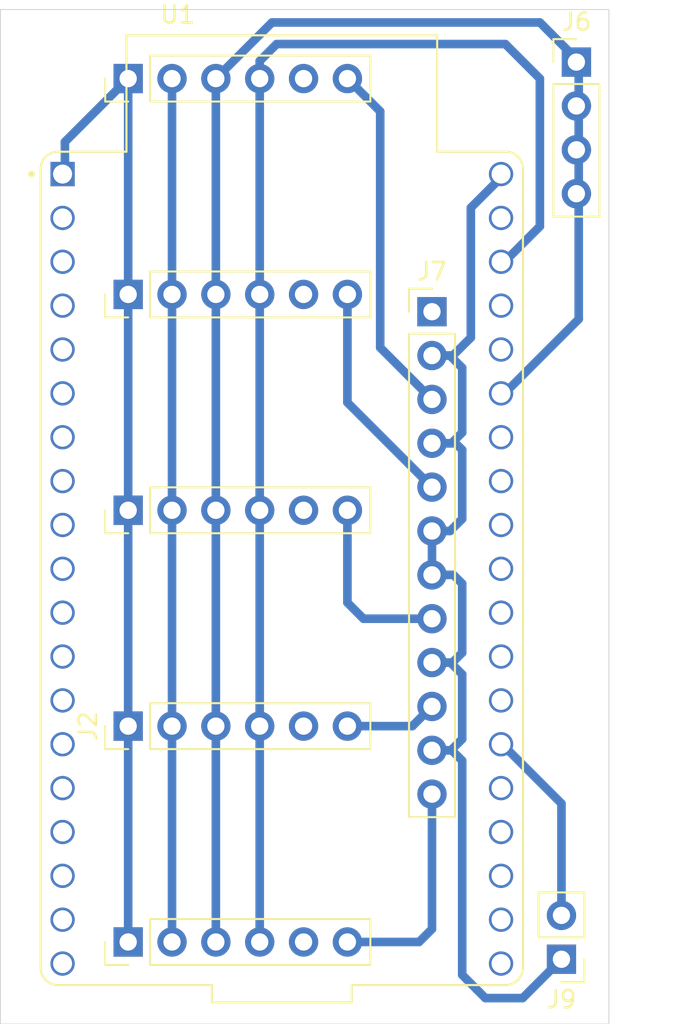
<source format=kicad_pcb>
(kicad_pcb (version 20240108) (generator "pcbnew") (generator_version "8.0")
  (layers (0 "F.Cu" signal) (31 "B.Cu" signal) (34 "B.Paste" user) (35 "F.Paste" user) (36 "B.SilkS" user "B.Silkscreen") (37 "F.SilkS" user "F.Silkscreen") (38 "B.Mask" user) (39 "F.Mask" user) (44 "Edge.Cuts" user))
  (net 0 "")
  (net 1 "GND1")
  (net 2 "SCL")
  (net 3 "+3V3")
  (net 5 "SDA")
  (net 10 "Net-(J6-Pin_2)")
  (net 11 "Net-(J6-Pin_1)")
  (net 12 "Net-(J6-Pin_4)")
  (net 13 "Net-(J6-Pin_3)")
  (net 14 "VIN")
  (net 39 "Net-(J9-Pin_2)")
  (net 44 "VCC1")
  (net 45 "VCC2")
  (net 46 "VCC3")
  (net 47 "VCC4")
  (net 48 "VCC5")
  (footprint "Connector_PinHeader_2.54mm:PinHeader_1x04_P2.54mm_Vertical" (layer "F.Cu") (at 175.865 79.295)
    (property "Reference" "J6" (at 0 -2.33 0) (layer "F.SilkS"))
    (property "Value" "Conn_01x04_Pin")
    (fp_line (start -1.33 -1.33) (end 0 -1.33) (stroke (width 0.12)) (layer "F.SilkS"))
    (fp_line (start -1.33 0) (end -1.33 -1.33) (stroke (width 0.12)) (layer "F.SilkS"))
    (fp_line (start -1.33 1.27) (end -1.33 8.95) (stroke (width 0.12)) (layer "F.SilkS"))
    (fp_line (start -1.33 1.27) (end 1.33 1.27) (stroke (width 0.12)) (layer "F.SilkS"))
    (fp_line (start -1.33 8.95) (end 1.33 8.95) (stroke (width 0.12)) (layer "F.SilkS"))
    (fp_line (start 1.33 1.27) (end 1.33 8.95) (stroke (width 0.12)) (layer "F.SilkS"))
    (pad "1" thru_hole rect (at 0 0) (size 1.7 1.7) (drill 1) (layers "*.Cu" "*.Mask") (net 11 "Net-(J6-Pin_1)"))
    (pad "2" thru_hole oval (at 0 2.54) (size 1.7 1.7) (drill 1) (layers "*.Cu" "*.Mask") (net 10 "Net-(J6-Pin_2)"))
    (pad "3" thru_hole oval (at 0 5.08) (size 1.7 1.7) (drill 1) (layers "*.Cu" "*.Mask") (net 13 "Net-(J6-Pin_3)"))
    (pad "4" thru_hole oval (at 0 7.62) (size 1.7 1.7) (drill 1) (layers "*.Cu" "*.Mask") (net 12 "Net-(J6-Pin_4)"))
  )
  (footprint "Connector_PinHeader_2.54mm:PinHeader_1x06_P2.54mm_Vertical" (layer "F.Cu") (at 149.9 130.25 90)
    (property "Reference" "J1" (hide yes))
    (property "Value" "Conn_01x06_Pin" (hide yes))
    (fp_line (start -1.33 -1.33) (end 0 -1.33) (stroke (width 0.12)) (layer "F.SilkS"))
    (fp_line (start -1.33 0) (end -1.33 -1.33) (stroke (width 0.12)) (layer "F.SilkS"))
    (fp_line (start 1.33 1.27) (end 1.33 14.03) (stroke (width 0.12)) (layer "F.SilkS"))
    (fp_line (start -1.33 1.27) (end 1.33 1.27) (stroke (width 0.12)) (layer "F.SilkS"))
    (fp_line (start -1.33 1.27) (end -1.33 14.03) (stroke (width 0.12)) (layer "F.SilkS"))
    (fp_line (start -1.33 14.03) (end 1.33 14.03) (stroke (width 0.12)) (layer "F.SilkS"))
    (pad "1" thru_hole rect (at 0 0 90) (size 1.7 1.7) (drill 1) (layers "*.Cu" "*.Mask") (net 3 "+3V3"))
    (pad "2" thru_hole oval (at 0 2.54 90) (size 1.7 1.7) (drill 1) (layers "*.Cu" "*.Mask") (net 1 "GND1"))
    (pad "3" thru_hole oval (at 0 5.08 90) (size 1.7 1.7) (drill 1) (layers "*.Cu" "*.Mask") (net 5 "SDA"))
    (pad "4" thru_hole oval (at 0 7.62 90) (size 1.7 1.7) (drill 1) (layers "*.Cu" "*.Mask") (net 2 "SCL"))
    (pad "5" thru_hole oval (at 0 10.16 90) (size 1.7 1.7) (drill 1) (layers "*.Cu" "*.Mask"))
    (pad "6" thru_hole oval (at 0 12.7 90) (size 1.7 1.7) (drill 1) (layers "*.Cu" "*.Mask") (net 44 "VCC1"))
  )
  (footprint "Connector_PinHeader_2.54mm:PinHeader_1x02_P2.54mm_Vertical" (layer "F.Cu") (at 175 131.25 180)
    (property "Reference" "J9" (at 0 -2.33 360) (layer "F.SilkS"))
    (property "Value" "Conn_01x02_Pin")
    (fp_line (start 1.33 1.27) (end 1.33 3.87) (stroke (width 0.12)) (layer "F.SilkS"))
    (fp_line (start -1.33 3.87) (end 1.33 3.87) (stroke (width 0.12)) (layer "F.SilkS"))
    (fp_line (start -1.33 1.27) (end 1.33 1.27) (stroke (width 0.12)) (layer "F.SilkS"))
    (fp_line (start -1.33 1.27) (end -1.33 3.87) (stroke (width 0.12)) (layer "F.SilkS"))
    (fp_line (start -1.33 0) (end -1.33 -1.33) (stroke (width 0.12)) (layer "F.SilkS"))
    (fp_line (start -1.33 -1.33) (end 0 -1.33) (stroke (width 0.12)) (layer "F.SilkS"))
    (pad "1" thru_hole rect (at 0 0 180) (size 1.7 1.7) (drill 1) (layers "*.Cu" "*.Mask") (net 1 "GND1"))
    (pad "2" thru_hole oval (at 0 2.54 180) (size 1.7 1.7) (drill 1) (layers "*.Cu" "*.Mask") (net 39 "Net-(J9-Pin_2)"))
  )
  (footprint "Connector_PinHeader_2.54mm:PinHeader_1x06_P2.54mm_Vertical" (layer "F.Cu") (at 149.9 80.25 90)
    (property "Reference" "J5" (hide yes))
    (property "Value" "Conn_01x06_Pin" (hide yes))
    (fp_line (start -1.33 -1.33) (end 0 -1.33) (stroke (width 0.12)) (layer "F.SilkS"))
    (fp_line (start -1.33 0) (end -1.33 -1.33) (stroke (width 0.12)) (layer "F.SilkS"))
    (fp_line (start 1.33 1.27) (end 1.33 14.03) (stroke (width 0.12)) (layer "F.SilkS"))
    (fp_line (start -1.33 1.27) (end 1.33 1.27) (stroke (width 0.12)) (layer "F.SilkS"))
    (fp_line (start -1.33 1.27) (end -1.33 14.03) (stroke (width 0.12)) (layer "F.SilkS"))
    (fp_line (start -1.33 14.03) (end 1.33 14.03) (stroke (width 0.12)) (layer "F.SilkS"))
    (pad "1" thru_hole rect (at 0 0 90) (size 1.7 1.7) (drill 1) (layers "*.Cu" "*.Mask") (net 3 "+3V3"))
    (pad "2" thru_hole oval (at 0 2.54 90) (size 1.7 1.7) (drill 1) (layers "*.Cu" "*.Mask") (net 1 "GND1"))
    (pad "3" thru_hole oval (at 0 5.08 90) (size 1.7 1.7) (drill 1) (layers "*.Cu" "*.Mask") (net 5 "SDA"))
    (pad "4" thru_hole oval (at 0 7.62 90) (size 1.7 1.7) (drill 1) (layers "*.Cu" "*.Mask") (net 2 "SCL"))
    (pad "5" thru_hole oval (at 0 10.16 90) (size 1.7 1.7) (drill 1) (layers "*.Cu" "*.Mask"))
    (pad "6" thru_hole oval (at 0 12.7 90) (size 1.7 1.7) (drill 1) (layers "*.Cu" "*.Mask") (net 48 "VCC5"))
  )
  (footprint "Connector_PinHeader_2.54mm:PinHeader_1x06_P2.54mm_Vertical" (layer "F.Cu") (at 149.9 105.25 90)
    (property "Reference" "J3" (hide yes))
    (property "Value" "Conn_01x06_Pin" (hide yes))
    (fp_line (start -1.33 -1.33) (end 0 -1.33) (stroke (width 0.12)) (layer "F.SilkS"))
    (fp_line (start -1.33 0) (end -1.33 -1.33) (stroke (width 0.12)) (layer "F.SilkS"))
    (fp_line (start 1.33 1.27) (end 1.33 14.03) (stroke (width 0.12)) (layer "F.SilkS"))
    (fp_line (start -1.33 1.27) (end 1.33 1.27) (stroke (width 0.12)) (layer "F.SilkS"))
    (fp_line (start -1.33 1.27) (end -1.33 14.03) (stroke (width 0.12)) (layer "F.SilkS"))
    (fp_line (start -1.33 14.03) (end 1.33 14.03) (stroke (width 0.12)) (layer "F.SilkS"))
    (pad "1" thru_hole rect (at 0 0 90) (size 1.7 1.7) (drill 1) (layers "*.Cu" "*.Mask") (net 3 "+3V3"))
    (pad "2" thru_hole oval (at 0 2.54 90) (size 1.7 1.7) (drill 1) (layers "*.Cu" "*.Mask") (net 1 "GND1"))
    (pad "3" thru_hole oval (at 0 5.08 90) (size 1.7 1.7) (drill 1) (layers "*.Cu" "*.Mask") (net 5 "SDA"))
    (pad "4" thru_hole oval (at 0 7.62 90) (size 1.7 1.7) (drill 1) (layers "*.Cu" "*.Mask") (net 2 "SCL"))
    (pad "5" thru_hole oval (at 0 10.16 90) (size 1.7 1.7) (drill 1) (layers "*.Cu" "*.Mask"))
    (pad "6" thru_hole oval (at 0 12.7 90) (size 1.7 1.7) (drill 1) (layers "*.Cu" "*.Mask") (net 46 "VCC3"))
  )
  (footprint "Connector_PinHeader_2.54mm:PinHeader_1x06_P2.54mm_Vertical" (layer "F.Cu") (at 149.9 92.75 90)
    (property "Reference" "J4" (hide yes))
    (property "Value" "Conn_01x06_Pin" (hide yes))
    (fp_line (start -1.33 -1.33) (end 0 -1.33) (stroke (width 0.12)) (layer "F.SilkS"))
    (fp_line (start -1.33 0) (end -1.33 -1.33) (stroke (width 0.12)) (layer "F.SilkS"))
    (fp_line (start 1.33 1.27) (end 1.33 14.03) (stroke (width 0.12)) (layer "F.SilkS"))
    (fp_line (start -1.33 1.27) (end 1.33 1.27) (stroke (width 0.12)) (layer "F.SilkS"))
    (fp_line (start -1.33 1.27) (end -1.33 14.03) (stroke (width 0.12)) (layer "F.SilkS"))
    (fp_line (start -1.33 14.03) (end 1.33 14.03) (stroke (width 0.12)) (layer "F.SilkS"))
    (pad "1" thru_hole rect (at 0 0 90) (size 1.7 1.7) (drill 1) (layers "*.Cu" "*.Mask") (net 3 "+3V3"))
    (pad "2" thru_hole oval (at 0 2.54 90) (size 1.7 1.7) (drill 1) (layers "*.Cu" "*.Mask") (net 1 "GND1"))
    (pad "3" thru_hole oval (at 0 5.08 90) (size 1.7 1.7) (drill 1) (layers "*.Cu" "*.Mask") (net 5 "SDA"))
    (pad "4" thru_hole oval (at 0 7.62 90) (size 1.7 1.7) (drill 1) (layers "*.Cu" "*.Mask") (net 2 "SCL"))
    (pad "5" thru_hole oval (at 0 10.16 90) (size 1.7 1.7) (drill 1) (layers "*.Cu" "*.Mask"))
    (pad "6" thru_hole oval (at 0 12.7 90) (size 1.7 1.7) (drill 1) (layers "*.Cu" "*.Mask") (net 47 "VCC4"))
  )
  (footprint "Connector_PinHeader_2.54mm:PinHeader_1x06_P2.54mm_Vertical" (layer "F.Cu") (at 149.9 117.75 90)
    (property "Reference" "J2" (at 0 -2.33 90) (layer "F.SilkS"))
    (property "Value" "Conn_01x06_Pin" (hide yes))
    (fp_line (start -1.33 -1.33) (end 0 -1.33) (stroke (width 0.12)) (layer "F.SilkS"))
    (fp_line (start -1.33 0) (end -1.33 -1.33) (stroke (width 0.12)) (layer "F.SilkS"))
    (fp_line (start 1.33 1.27) (end 1.33 14.03) (stroke (width 0.12)) (layer "F.SilkS"))
    (fp_line (start -1.33 1.27) (end 1.33 1.27) (stroke (width 0.12)) (layer "F.SilkS"))
    (fp_line (start -1.33 1.27) (end -1.33 14.03) (stroke (width 0.12)) (layer "F.SilkS"))
    (fp_line (start -1.33 14.03) (end 1.33 14.03) (stroke (width 0.12)) (layer "F.SilkS"))
    (pad "1" thru_hole rect (at 0 0 90) (size 1.7 1.7) (drill 1) (layers "*.Cu" "*.Mask") (net 3 "+3V3"))
    (pad "2" thru_hole oval (at 0 2.54 90) (size 1.7 1.7) (drill 1) (layers "*.Cu" "*.Mask") (net 1 "GND1"))
    (pad "3" thru_hole oval (at 0 5.08 90) (size 1.7 1.7) (drill 1) (layers "*.Cu" "*.Mask") (net 5 "SDA"))
    (pad "4" thru_hole oval (at 0 7.62 90) (size 1.7 1.7) (drill 1) (layers "*.Cu" "*.Mask") (net 2 "SCL"))
    (pad "5" thru_hole oval (at 0 10.16 90) (size 1.7 1.7) (drill 1) (layers "*.Cu" "*.Mask"))
    (pad "6" thru_hole oval (at 0 12.7 90) (size 1.7 1.7) (drill 1) (layers "*.Cu" "*.Mask") (net 45 "VCC2"))
  )
  (footprint "ESP32_DEVKITC_32E:MODULE_ESP32-DEVKITC-32E" (layer "F.Cu") (at 158.8 108.615)
    (property "Reference" "U1" (at -6.0325 -32.0675 0) (layer "F.SilkS"))
    (property "Value" "ESP32-DEVKITC-32E")
    (fp_line (start -13.97 23.13) (end -13.97 -23.13) (stroke (width 0.127)) (layer "F.SilkS"))
    (fp_line (start -12.97 -24.13) (end -9 -24.13) (stroke (width 0.127)) (layer "F.SilkS"))
    (fp_line (start -12.97 24.13) (end -4.05 24.13) (stroke (width 0.127)) (layer "F.SilkS"))
    (fp_line (start -9 -30.87) (end 9 -30.87) (stroke (width 0.127)) (layer "F.SilkS"))
    (fp_line (start -9 -24.13) (end -9 -30.87) (stroke (width 0.127)) (layer "F.SilkS"))
    (fp_line (start -4.05 24.13) (end -4.05 25.13) (stroke (width 0.127)) (layer "F.SilkS"))
    (fp_line (start -4.05 25.13) (end 4.05 25.13) (stroke (width 0.127)) (layer "F.SilkS"))
    (fp_line (start 4.05 24.13) (end 12.97 24.13) (stroke (width 0.127)) (layer "F.SilkS"))
    (fp_line (start 4.05 25.13) (end 4.05 24.13) (stroke (width 0.127)) (layer "F.SilkS"))
    (fp_line (start 9 -30.87) (end 9 -24.13) (stroke (width 0.127)) (layer "F.SilkS"))
    (fp_line (start 9 -24.13) (end 12.97 -24.13) (stroke (width 0.127)) (layer "F.SilkS"))
    (fp_line (start 13.97 23.13) (end 13.97 -23.13) (stroke (width 0.127)) (layer "F.SilkS"))
    (fp_arc (start -13.97 -23.13) (mid -13.677107 -23.837107) (end -12.97 -24.13) (stroke (width 0.127)) (layer "F.SilkS"))
    (fp_arc (start -12.97 24.13) (mid -13.677107 23.837107) (end -13.97 23.13) (stroke (width 0.127)) (layer "F.SilkS"))
    (fp_arc (start 12.97 -24.13) (mid 13.677107 -23.837107) (end 13.97 -23.13) (stroke (width 0.127)) (layer "F.SilkS"))
    (fp_arc (start 13.97 23.13) (mid 13.677107 23.837107) (end 12.97 24.13) (stroke (width 0.127)) (layer "F.SilkS"))
    (fp_circle (center -14.5 -22.835) (end -14.4 -22.835) (stroke (width 0.2)) (fill none) (layer "F.SilkS"))
    (pad "J2_1" thru_hole rect (at -12.7 -22.835) (size 1.408 1.408) (drill 1.1) (layers "*.Cu" "*.Mask") (net 3 "+3V3"))
    (pad "J2_2" thru_hole circle (at -12.7 -20.295) (size 1.408 1.408) (drill 1.1) (layers "*.Cu" "*.Mask"))
    (pad "J2_3" thru_hole circle (at -12.7 -17.755) (size 1.408 1.408) (drill 1.1) (layers "*.Cu" "*.Mask"))
    (pad "J2_4" thru_hole circle (at -12.7 -15.215) (size 1.408 1.408) (drill 1.1) (layers "*.Cu" "*.Mask"))
    (pad "J2_5" thru_hole circle (at -12.7 -12.675) (size 1.408 1.408) (drill 1.1) (layers "*.Cu" "*.Mask"))
    (pad "J2_6" thru_hole circle (at -12.7 -10.135) (size 1.408 1.408) (drill 1.1) (layers "*.Cu" "*.Mask"))
    (pad "J2_7" thru_hole circle (at -12.7 -7.595) (size 1.408 1.408) (drill 1.1) (layers "*.Cu" "*.Mask"))
    (pad "J2_8" thru_hole circle (at -12.7 -5.055) (size 1.408 1.408) (drill 1.1) (layers "*.Cu" "*.Mask"))
    (pad "J2_9" thru_hole circle (at -12.7 -2.515) (size 1.408 1.408) (drill 1.1) (layers "*.Cu" "*.Mask"))
    (pad "J2_10" thru_hole circle (at -12.7 0.025) (size 1.408 1.408) (drill 1.1) (layers "*.Cu" "*.Mask"))
    (pad "J2_11" thru_hole circle (at -12.7 2.565) (size 1.408 1.408) (drill 1.1) (layers "*.Cu" "*.Mask"))
    (pad "J2_12" thru_hole circle (at -12.7 5.105) (size 1.408 1.408) (drill 1.1) (layers "*.Cu" "*.Mask"))
    (pad "J2_13" thru_hole circle (at -12.7 7.645) (size 1.408 1.408) (drill 1.1) (layers "*.Cu" "*.Mask"))
    (pad "J2_14" thru_hole circle (at -12.7 10.185) (size 1.408 1.408) (drill 1.1) (layers "*.Cu" "*.Mask"))
    (pad "J2_15" thru_hole circle (at -12.7 12.725) (size 1.408 1.408) (drill 1.1) (layers "*.Cu" "*.Mask"))
    (pad "J2_16" thru_hole circle (at -12.7 15.265) (size 1.408 1.408) (drill 1.1) (layers "*.Cu" "*.Mask"))
    (pad "J2_17" thru_hole circle (at -12.7 17.805) (size 1.408 1.408) (drill 1.1) (layers "*.Cu" "*.Mask"))
    (pad "J2_18" thru_hole circle (at -12.7 20.345) (size 1.408 1.408) (drill 1.1) (layers "*.Cu" "*.Mask"))
    (pad "J2_19" thru_hole circle (at -12.7 22.885) (size 1.408 1.408) (drill 1.1) (layers "*.Cu" "*.Mask") (net 14 "VIN"))
    (pad "J3_1" thru_hole circle (at 12.7 -22.835) (size 1.408 1.408) (drill 1.1) (layers "*.Cu" "*.Mask") (net 1 "GND1"))
    (pad "J3_2" thru_hole circle (at 12.7 -20.295) (size 1.408 1.408) (drill 1.1) (layers "*.Cu" "*.Mask"))
    (pad "J3_3" thru_hole circle (at 12.7 -17.755) (size 1.408 1.408) (drill 1.1) (layers "*.Cu" "*.Mask") (net 2 "SCL"))
    (pad "J3_4" thru_hole circle (at 12.7 -15.215) (size 1.408 1.408) (drill 1.1) (layers "*.Cu" "*.Mask"))
    (pad "J3_5" thru_hole circle (at 12.7 -12.675) (size 1.408 1.408) (drill 1.1) (layers "*.Cu" "*.Mask"))
    (pad "J3_6" thru_hole circle (at 12.7 -10.135) (size 1.408 1.408) (drill 1.1) (layers "*.Cu" "*.Mask") (net 5 "SDA"))
    (pad "J3_7" thru_hole circle (at 12.7 -7.595) (size 1.408 1.408) (drill 1.1) (layers "*.Cu" "*.Mask"))
    (pad "J3_8" thru_hole circle (at 12.7 -5.055) (size 1.408 1.408) (drill 1.1) (layers "*.Cu" "*.Mask") (net 12 "Net-(J6-Pin_4)"))
    (pad "J3_9" thru_hole circle (at 12.7 -2.515) (size 1.408 1.408) (drill 1.1) (layers "*.Cu" "*.Mask") (net 13 "Net-(J6-Pin_3)"))
    (pad "J3_10" thru_hole circle (at 12.7 0.025) (size 1.408 1.408) (drill 1.1) (layers "*.Cu" "*.Mask") (net 10 "Net-(J6-Pin_2)"))
    (pad "J3_11" thru_hole circle (at 12.7 2.565) (size 1.408 1.408) (drill 1.1) (layers "*.Cu" "*.Mask") (net 11 "Net-(J6-Pin_1)"))
    (pad "J3_12" thru_hole circle (at 12.7 5.105) (size 1.408 1.408) (drill 1.1) (layers "*.Cu" "*.Mask"))
    (pad "J3_13" thru_hole circle (at 12.7 7.645) (size 1.408 1.408) (drill 1.1) (layers "*.Cu" "*.Mask"))
    (pad "J3_14" thru_hole circle (at 12.7 10.185) (size 1.408 1.408) (drill 1.1) (layers "*.Cu" "*.Mask") (net 39 "Net-(J9-Pin_2)"))
    (pad "J3_15" thru_hole circle (at 12.7 12.725) (size 1.408 1.408) (drill 1.1) (layers "*.Cu" "*.Mask"))
    (pad "J3_16" thru_hole circle (at 12.7 15.265) (size 1.408 1.408) (drill 1.1) (layers "*.Cu" "*.Mask"))
    (pad "J3_17" thru_hole circle (at 12.7 17.805) (size 1.408 1.408) (drill 1.1) (layers "*.Cu" "*.Mask"))
    (pad "J3_18" thru_hole circle (at 12.7 20.345) (size 1.408 1.408) (drill 1.1) (layers "*.Cu" "*.Mask"))
    (pad "J3_19" thru_hole circle (at 12.7 22.885) (size 1.408 1.408) (drill 1.1) (layers "*.Cu" "*.Mask"))
  )
  (footprint "Connector_PinHeader_2.54mm:PinHeader_1x12_P2.54mm_Vertical" (layer "F.Cu") (at 167.5 93.75)
    (property "Reference" "J7" (at 0 -2.33 360) (layer "F.SilkS"))
    (property "Value" "Conn_01x12_Pin")
    (fp_line (start -1.33 -1.33) (end 0 -1.33) (stroke (width 0.12)) (layer "F.SilkS"))
    (fp_line (start -1.33 0) (end -1.33 -1.33) (stroke (width 0.12)) (layer "F.SilkS"))
    (fp_line (start -1.33 1.27) (end -1.33 29.27) (stroke (width 0.12)) (layer "F.SilkS"))
    (fp_line (start -1.33 1.27) (end 1.33 1.27) (stroke (width 0.12)) (layer "F.SilkS"))
    (fp_line (start -1.33 29.27) (end 1.33 29.27) (stroke (width 0.12)) (layer "F.SilkS"))
    (fp_line (start 1.33 1.27) (end 1.33 29.27) (stroke (width 0.12)) (layer "F.SilkS"))
    (pad "1" thru_hole rect (at 0 0) (size 1.7 1.7) (drill 1) (layers "*.Cu" "*.Mask") (net 14 "VIN"))
    (pad "2" thru_hole oval (at 0 2.54) (size 1.7 1.7) (drill 1) (layers "*.Cu" "*.Mask") (net 1 "GND1"))
    (pad "3" thru_hole oval (at 0 5.08) (size 1.7 1.7) (drill 1) (layers "*.Cu" "*.Mask") (net 48 "VCC5"))
    (pad "4" thru_hole oval (at 0 7.62) (size 1.7 1.7) (drill 1) (layers "*.Cu" "*.Mask") (net 1 "GND1"))
    (pad "5" thru_hole oval (at 0 10.16) (size 1.7 1.7) (drill 1) (layers "*.Cu" "*.Mask") (net 47 "VCC4"))
    (pad "6" thru_hole oval (at 0 12.7) (size 1.7 1.7) (drill 1) (layers "*.Cu" "*.Mask") (net 1 "GND1"))
    (pad "7" thru_hole oval (at 0 15.24) (size 1.7 1.7) (drill 1) (layers "*.Cu" "*.Mask") (net 1 "GND1"))
    (pad "8" thru_hole oval (at 0 17.78) (size 1.7 1.7) (drill 1) (layers "*.Cu" "*.Mask") (net 46 "VCC3"))
    (pad "9" thru_hole oval (at 0 20.32) (size 1.7 1.7) (drill 1) (layers "*.Cu" "*.Mask") (net 1 "GND1"))
    (pad "10" thru_hole oval (at 0 22.86) (size 1.7 1.7) (drill 1) (layers "*.Cu" "*.Mask") (net 45 "VCC2"))
    (pad "11" thru_hole oval (at 0 25.4) (size 1.7 1.7) (drill 1) (layers "*.Cu" "*.Mask") (net 1 "GND1"))
    (pad "12" thru_hole oval (at 0 27.94) (size 1.7 1.7) (drill 1) (layers "*.Cu" "*.Mask") (net 44 "VCC1"))
  )
  (gr_rect (start 142.5 76.25) (end 177.75 135) (stroke (width 0.05)) (fill none) (layer "Edge.Cuts"))
  (segment (start 167.5 108.99) (end 168.74 108.99) (width 0.5) (layer "B.Cu") (net 1))
  (segment (start 169.25 97) (end 169.25 100.75) (width 0.5) (layer "B.Cu") (net 1))
  (segment (start 169.75 95.25) (end 168.71 96.29) (width 0.5) (layer "B.Cu") (net 1))
  (segment (start 168.87 101.37) (end 169.25 101.75) (width 0.5) (layer "B.Cu") (net 1))
  (segment (start 172.75 133.5) (end 170.593998 133.5) (width 0.5) (layer "B.Cu") (net 1))
  (segment (start 169.25 109.5) (end 169.25 113.5) (width 0.5) (layer "B.Cu") (net 1))
  (segment (start 175 131.25) (end 172.75 133.5) (width 0.5) (layer "B.Cu") (net 1))
  (segment (start 170.593998 133.5) (end 169.25 132.156002) (width 0.5) (layer "B.Cu") (net 1))
  (segment (start 168.71 96.29) (end 167.5 96.29) (width 0.5) (layer "B.Cu") (net 1))
  (segment (start 169.25 105.75) (end 168.55 106.45) (width 0.5) (layer "B.Cu") (net 1))
  (segment (start 168.54 96.29) (end 169.25 97) (width 0.5) (layer "B.Cu") (net 1))
  (segment (start 169.25 101.75) (end 169.25 105.75) (width 0.5) (layer "B.Cu") (net 1))
  (segment (start 168.68 114.07) (end 167.5 114.07) (width 0.5) (layer "B.Cu") (net 1))
  (segment (start 152.44 80.25) (end 152.44 130.25) (width 0.5) (layer "B.Cu") (net 1))
  (segment (start 169.25 119.75) (end 168.65 119.15) (width 0.5) (layer "B.Cu") (net 1))
  (segment (start 168.6 119.15) (end 167.5 119.15) (width 0.5) (layer "B.Cu") (net 1))
  (segment (start 167.5 101.37) (end 168.87 101.37) (width 0.5) (layer "B.Cu") (net 1))
  (segment (start 169.25 100.75) (end 168.63 101.37) (width 0.5) (layer "B.Cu") (net 1))
  (segment (start 167.5 106.45) (end 167.5 108.99) (width 0.5) (layer "B.Cu") (net 1))
  (segment (start 167.5 114.07) (end 168.57 114.07) (width 0.5) (layer "B.Cu") (net 1))
  (segment (start 169.75 87.73) (end 169.75 95.25) (width 0.5) (layer "B.Cu") (net 1))
  (segment (start 167.5 96.29) (end 168.54 96.29) (width 0.5) (layer "B.Cu") (net 1))
  (segment (start 168.74 108.99) (end 169.25 109.5) (width 0.5) (layer "B.Cu") (net 1))
  (segment (start 171.635 85.845) (end 169.75 87.73) (width 0.5) (layer "B.Cu") (net 1))
  (segment (start 169.25 113.5) (end 168.68 114.07) (width 0.5) (layer "B.Cu") (net 1))
  (segment (start 169.25 132.156002) (end 169.25 119.75) (width 0.5) (layer "B.Cu") (net 1))
  (segment (start 169.25 118.5) (end 168.6 119.15) (width 0.5) (layer "B.Cu") (net 1))
  (segment (start 169.25 114.75) (end 169.25 118.5) (width 0.5) (layer "B.Cu") (net 1))
  (segment (start 168.57 114.07) (end 169.25 114.75) (width 0.5) (layer "B.Cu") (net 1))
  (segment (start 168.63 101.37) (end 167.5 101.37) (width 0.5) (layer "B.Cu") (net 1))
  (segment (start 168.55 106.45) (end 167.5 106.45) (width 0.5) (layer "B.Cu") (net 1))
  (segment (start 168.65 119.15) (end 167.5 119.15) (width 0.5) (layer "B.Cu") (net 1))
  (segment (start 173.75 88.81) (end 173.75 80.25) (width 0.5) (layer "B.Cu") (net 2))
  (segment (start 171.635 90.925) (end 173.75 88.81) (width 0.5) (layer "B.Cu") (net 2))
  (segment (start 157.52 80.25) (end 157.52 130.25) (width 0.5) (layer "B.Cu") (net 2))
  (segment (start 171.75 78.25) (end 158.5 78.25) (width 0.5) (layer "B.Cu") (net 2))
  (segment (start 173.75 80.25) (end 171.75 78.25) (width 0.5) (layer "B.Cu") (net 2))
  (segment (start 158.5 78.25) (end 157.52 79.23) (width 0.5) (layer "B.Cu") (net 2))
  (segment (start 157.52 79.23) (end 157.52 80.25) (width 0.5) (layer "B.Cu") (net 2))
  (segment (start 149.9 80.25) (end 149.9 130.25) (width 0.5) (layer "B.Cu") (net 3))
  (segment (start 146.235 85.845) (end 146.235 83.915) (width 0.5) (layer "B.Cu") (net 3))
  (segment (start 146.235 83.915) (end 149.9 80.25) (width 0.5) (layer "B.Cu") (net 3))
  (segment (start 158.23 77) (end 173.75 77) (width 0.5) (layer "B.Cu") (net 5))
  (segment (start 154.98 130.25) (end 154.98 80.25) (width 0.5) (layer "B.Cu") (net 5))
  (segment (start 176 94.18) (end 171.635 98.545) (width 0.5) (layer "B.Cu") (net 5))
  (segment (start 154.98 80.25) (end 158.23 77) (width 0.5) (layer "B.Cu") (net 5))
  (segment (start 176 79.25) (end 176 94.18) (width 0.5) (layer "B.Cu") (net 5))
  (segment (start 173.75 77) (end 176 79.25) (width 0.5) (layer "B.Cu") (net 5))
  (segment (start 175 122.23) (end 171.635 118.865) (width 0.5) (layer "B.Cu") (net 39))
  (segment (start 175 128.71) (end 175 122.23) (width 0.5) (layer "B.Cu") (net 39))
  (segment (start 162.6 130.25) (end 166.75 130.25) (width 0.5) (layer "B.Cu") (net 44))
  (segment (start 166.75 130.25) (end 167.5 129.5) (width 0.5) (layer "B.Cu") (net 44))
  (segment (start 167.5 129.5) (end 167.5 121.69) (width 0.5) (layer "B.Cu") (net 44))
  (segment (start 166.36 117.75) (end 167.5 116.61) (width 0.5) (layer "B.Cu") (net 45))
  (segment (start 162.6 117.75) (end 166.36 117.75) (width 0.5) (layer "B.Cu") (net 45))
  (segment (start 162.6 105.25) (end 162.6 110.6) (width 0.5) (layer "B.Cu") (net 46))
  (segment (start 163.53 111.53) (end 167.5 111.53) (width 0.5) (layer "B.Cu") (net 46))
  (segment (start 162.6 110.6) (end 163.53 111.53) (width 0.5) (layer "B.Cu") (net 46))
  (segment (start 162.6 99.01) (end 167.5 103.91) (width 0.5) (layer "B.Cu") (net 47))
  (segment (start 162.6 92.75) (end 162.6 99.01) (width 0.5) (layer "B.Cu") (net 47))
  (segment (start 164.5 82.15) (end 164.5 95.83) (width 0.5) (layer "B.Cu") (net 48))
  (segment (start 164.5 95.83) (end 167.5 98.83) (width 0.5) (layer "B.Cu") (net 48))
  (segment (start 162.6 80.25) (end 164.5 82.15) (width 0.5) (layer "B.Cu") (net 48))
)
</source>
